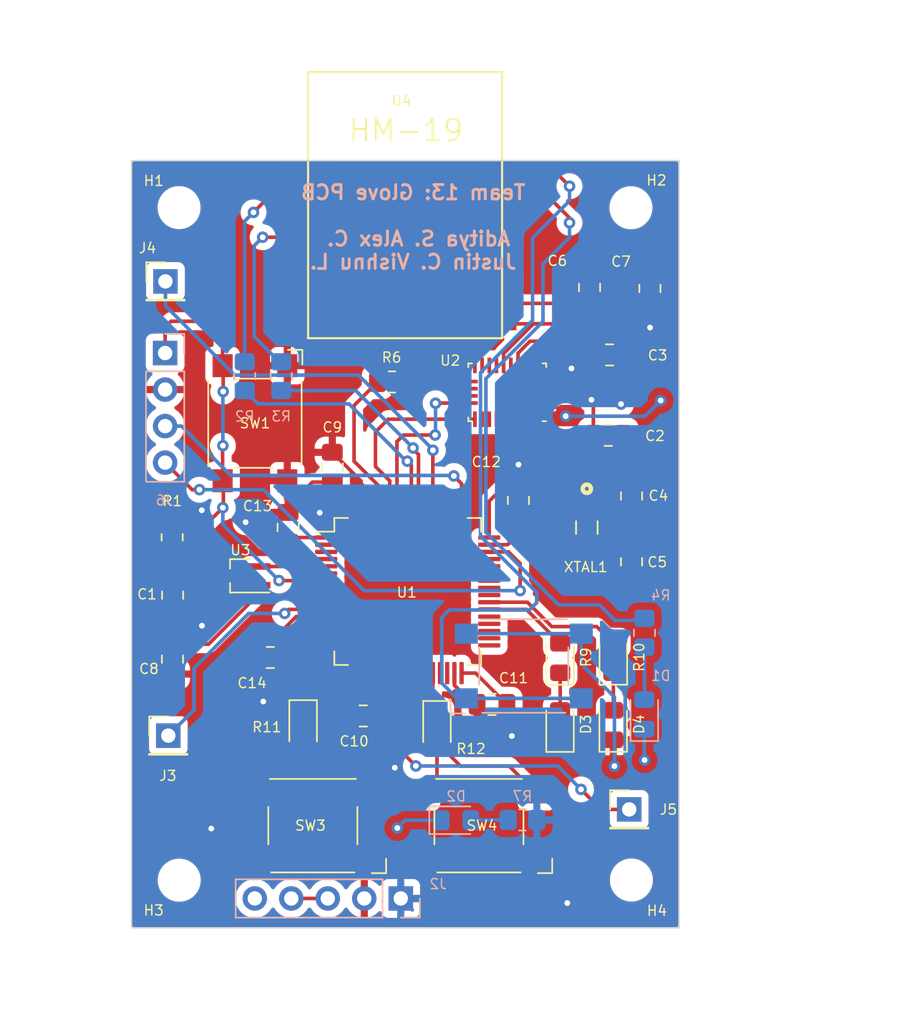
<source format=kicad_pcb>
(kicad_pcb (version 20221018) (generator pcbnew)
  (title_block (title "SWIPE-STACK-GLOVE") (date "2024-02-15") (rev "1"))
  (layers (0 "F.Cu" signal) (31 "B.Cu" signal) (34 "B.Paste" user) (35 "F.Paste" user) (36 "B.SilkS" user "B.Silkscreen") (37 "F.SilkS" user "F.Silkscreen") (38 "B.Mask" user) (39 "F.Mask" user) (44 "Edge.Cuts" user))
  (net 0 "")
  (net 1 "/NRST")
  (net 2 "GND")
  (net 3 "+3.3V")
  (net 4 "Net-(U2-CAP)")
  (net 5 "/XIN32")
  (net 6 "/XOUT32")
  (net 7 "Net-(D1-A)")
  (net 8 "Net-(D2-A)")
  (net 9 "Net-(D3-A)")
  (net 10 "Net-(D4-A)")
  (net 11 "/SWDIO_IN")
  (net 12 "/SWCLK_IN")
  (net 13 "VDC")
  (net 15 "/B_TX")
  (net 16 "Net-(U4-BX_TX)")
  (net 17 "/B_RX")
  (net 18 "Net-(U4-BX_RX)")
  (net 19 "Net-(U4-PIO1)")
  (net 20 "/BOOT0")
  (net 21 "/PC7")
  (net 22 "/PC8")
  (net 23 "/PA0")
  (net 24 "Net-(R11-Pad2)")
  (net 25 "/PB2")
  (net 26 "Net-(R12-Pad2)")
  (net 27 "Net-(U4-PIO0)")
  (net 29 "/EXTRA1")
  (net 31 "/X_CLK_8")
  (net 36 "/EXTRA2")
  (net 64 "/EXTRA3")
  (net 67 "/IMU_RX")
  (net 68 "/IMU_TX")
  (footprint "Capacitor_SMD:C_0805_2012Metric_Pad1.18x1.45mm_HandSolder" (layer "F.Cu") (at 167.89 100.5375 -90)
    (fp_text reference "C5")
    (fp_text value "22pF" hide)
  )
  (footprint "Button_Switch_SMD:SW_SPST_Omron_B3FS-100xP" (layer "F.Cu") (at 145.71 118.88 180)
    (fp_text reference "SW3")
    (fp_text value "SW_Push" hide)
  )
  (footprint "Resistor_SMD:R_0805_2012Metric_Pad1.20x1.40mm_HandSolder" (layer "F.Cu") (at 151.22 88.03 180)
    (fp_text reference "R6")
    (fp_text value "100k" hide)
  )
  (footprint "Capacitor_SMD:C_0805_2012Metric_Pad1.18x1.45mm_HandSolder" (layer "F.Cu") (at 164.97 81.46 90)
    (fp_text reference "C6")
    (fp_text value "0.1uF" hide)
  )
  (footprint "Connector_PinHeader_2.54mm:PinHeader_1x01_P2.54mm_Vertical" (layer "F.Cu") (at 135.65 112.62)
    (fp_text reference "J3")
    (fp_text value "Conn_01x01_Pin" hide)
  )
  (footprint "Capacitor_SMD:C_0805_2012Metric_Pad1.18x1.45mm_HandSolder" (layer "F.Cu") (at 158.18 110.45 180)
    (fp_text reference "C11")
    (fp_text value "0.1uF" hide)
  )
  (footprint "Package_TO_SOT_SMD:SOT-323_SC-70_Handsoldering" (layer "F.Cu") (at 140.682595 101.510859 180)
    (fp_text reference "U3")
    (fp_text value "MAX7375AXR805" hide)
  )
  (footprint "Connector_PinHeader_2.54mm:PinHeader_1x01_P2.54mm_Vertical" (layer "F.Cu") (at 167.73 117.75)
    (fp_text reference "J5")
    (fp_text value "Conn_01x01_Pin" hide)
  )
  (footprint "Button_Switch_SMD:SW_SPST_Omron_B3FS-100xP" (layer "F.Cu") (at 157.27 118.88 180)
    (fp_text reference "SW4")
    (fp_text value "SW_Push" hide)
  )
  (footprint "MountingHole:MountingHole_2.5mm" (layer "F.Cu") (at 136.4 75.91)
    (fp_text reference "H1")
    (fp_text value "B_TopLeft" hide)
  )
  (footprint "GlovePCB:XTAL_ECS-.327-12.5-34RR-TR" (layer "F.Cu") (at 164.78 98.1575 -90)
    (fp_text reference "XTAL1")
    (fp_text value "ECX-.327-CDX-1293" hide)
  )
  (footprint "Capacitor_SMD:C_0805_2012Metric_Pad1.18x1.45mm_HandSolder" (layer "F.Cu") (at 166.27 91.74 180)
    (fp_text reference "C2")
    (fp_text value "0.1uF" hide)
  )
  (footprint "LED_SMD:LED_0805_2012Metric_Pad1.15x1.40mm_HandSolder" (layer "F.Cu") (at 162.924 107.224922 90)
    (fp_text reference "R9")
    (fp_text value "1k" hide)
  )
  (footprint "Capacitor_SMD:C_0805_2012Metric_Pad1.18x1.45mm_HandSolder" (layer "F.Cu") (at 149.22 111.252 180)
    (fp_text reference "C10")
    (fp_text value "0.1uF" hide)
  )
  (footprint "Capacitor_SMD:C_0805_2012Metric_Pad1.18x1.45mm_HandSolder" (layer "F.Cu") (at 166.36 86.15)
    (fp_text reference "C3")
    (fp_text value "0.1uF" hide)
  )
  (footprint "MountingHole:MountingHole_2.5mm" (layer "F.Cu") (at 167.88 122.66)
    (fp_text reference "H4")
    (fp_text value "B_BottomRight" hide)
  )
  (footprint "LED_SMD:LED_0805_2012Metric_Pad1.15x1.40mm_HandSolder" (layer "F.Cu") (at 162.914 111.889922 90)
    (fp_text reference "D3")
    (fp_text value "red" hide)
  )
  (footprint "Capacitor_SMD:C_0805_2012Metric_Pad1.18x1.45mm_HandSolder" (layer "F.Cu") (at 135.94 107.3 -90)
    (fp_text reference "C8")
    (fp_text value "0.1uF" hide)
  )
  (footprint "Capacitor_SMD:C_0805_2012Metric_Pad1.18x1.45mm_HandSolder" (layer "F.Cu") (at 167.89 95.9575 90)
    (fp_text reference "C4")
    (fp_text value "22pF" hide)
  )
  (footprint "LED_SMD:LED_0805_2012Metric_Pad1.15x1.40mm_HandSolder" (layer "F.Cu") (at 154.35 112.07 -90)
    (fp_text reference "R12")
    (fp_text value "1k" hide)
  )
  (footprint "Capacitor_SMD:C_0805_2012Metric_Pad1.18x1.45mm_HandSolder" (layer "F.Cu") (at 160.02 96.266 -90)
    (fp_text reference "C12")
    (fp_text value "0.1uF" hide)
  )
  (footprint "Package_LGA:LGA-28_5.2x3.8mm_P0.5mm" (layer "F.Cu") (at 159.24 88.75 180)
    (fp_text reference "U2")
    (fp_text value "BNO085" hide)
  )
  (footprint "Button_Switch_SMD:SW_SPST_Omron_B3FS-100xP" (layer "F.Cu") (at 141.68 90.9 -90)
    (fp_text reference "SW1")
    (fp_text value "SW_Push" hide)
  )
  (footprint "MountingHole:MountingHole_2.5mm" (layer "F.Cu") (at 167.85 75.92)
    (fp_text reference "H2")
    (fp_text value "B_TopRight" hide)
  )
  (footprint "Capacitor_SMD:C_0805_2012Metric_Pad1.18x1.45mm_HandSolder" (layer "F.Cu") (at 143.99 98.14 90)
    (fp_text reference "C13")
    (fp_text value "0.1uF" hide)
  )
  (footprint "Package_QFP:LQFP-64_10x10mm_P0.5mm" (layer "F.Cu") (at 152.313 102.596)
    (fp_text reference "U1")
    (fp_text value "STM32F091RCTx" hide)
  )
  (footprint "GlovePCB:HM-11-MODULE" (layer "F.Cu") (at 152.13 76.24)
    (fp_text reference "U4")
    (fp_text value "HM-19")
  )
  (footprint "Capacitor_SMD:C_0805_2012Metric_Pad1.18x1.45mm_HandSolder" (layer "F.Cu") (at 147.066 93.9585 90)
    (fp_text reference "C9")
    (fp_text value "0.1uF" hide)
  )
  (footprint "LED_SMD:LED_0805_2012Metric_Pad1.15x1.40mm_HandSolder" (layer "F.Cu") (at 166.624 107.219922 90)
    (fp_text reference "R10")
    (fp_text value "510" hide)
  )
  (footprint "Capacitor_SMD:C_0805_2012Metric_Pad1.18x1.45mm_HandSolder" (layer "F.Cu") (at 169.17 81.53 90)
    (fp_text reference "C7")
    (fp_text value "10uF" hide)
  )
  (footprint "Capacitor_SMD:C_0805_2012Metric_Pad1.18x1.45mm_HandSolder" (layer "F.Cu") (at 142.748 107.188 180)
    (fp_text reference "C14")
    (fp_text value "0.1uF" hide)
  )
  (footprint "MountingHole:MountingHole_2.5mm" (layer "F.Cu") (at 136.41 122.67)
    (fp_text reference "H3")
    (fp_text value "B_BottomLeft" hide)
  )
  (footprint "LED_SMD:LED_0805_2012Metric_Pad1.15x1.40mm_HandSolder" (layer "F.Cu") (at 145.034 112.014 -90)
    (fp_text reference "R11")
    (fp_text value "1k" hide)
  )
  (footprint "Connector_PinHeader_2.54mm:PinHeader_1x01_P2.54mm_Vertical" (layer "F.Cu") (at 135.45 81.04)
    (fp_text reference "J4")
    (fp_text value "Conn_01x01_Pin" hide)
  )
  (footprint "Capacitor_SMD:C_0805_2012Metric_Pad1.18x1.45mm_HandSolder" (layer "F.Cu") (at 135.95 102.85 -90)
    (fp_text reference "C1")
    (fp_text value "0.1uF" hide)
  )
  (footprint "LED_SMD:LED_0805_2012Metric_Pad1.15x1.40mm_HandSolder" (layer "F.Cu") (at 166.614 111.884922 90)
    (fp_text reference "D4")
    (fp_text value "blue" hide)
  )
  (footprint "Resistor_SMD:R_0805_2012Metric_Pad1.20x1.40mm_HandSolder" (layer "F.Cu") (at 135.92 98.83 -90)
    (fp_text reference "R1")
    (fp_text value "100k" hide)
  )
  (footprint "Connector_PinHeader_2.54mm:PinHeader_1x05_P2.54mm_Vertical" (layer "B.Cu") (at 151.83 123.94 90)
    (fp_text reference "J2")
    (fp_text value "Conn_01x05_Socket" hide)
  )
  (footprint "LED_SMD:LED_0805_2012Metric_Pad1.15x1.40mm_HandSolder" (layer "B.Cu") (at 155.675 118.5)
    (fp_text reference "D2")
    (fp_text value "green" hide)
  )
  (footprint "Button_Switch_SMD:SW_SPST_Omron_B3FS-100xP" (layer "B.Cu") (at 160.3925 107.78)
    (fp_text reference "SW2" hide)
    (fp_text value "SW_Push" hide)
  )
  (footprint "Resistor_SMD:R_0805_2012Metric_Pad1.20x1.40mm_HandSolder" (layer "B.Cu") (at 140.97 87.63 90)
    (fp_text reference "R2")
    (fp_text value "1k" hide)
  )
  (footprint "Resistor_SMD:R_0805_2012Metric_Pad1.20x1.40mm_HandSolder" (layer "B.Cu") (at 168.79 105.47 -90)
    (fp_text reference "R4")
    (fp_text value "470" hide)
  )
  (footprint "Resistor_SMD:R_0805_2012Metric_Pad1.20x1.40mm_HandSolder" (layer "B.Cu") (at 143.51 87.63 90)
    (fp_text reference "R3")
    (fp_text value "1k" hide)
  )
  (footprint "LED_SMD:LED_0805_2012Metric_Pad1.15x1.40mm_HandSolder" (layer "B.Cu") (at 168.78 111.1375 90)
    (fp_text reference "D1")
    (fp_text value "green" hide)
  )
  (footprint "Connector_PinHeader_2.54mm:PinHeader_1x04_P2.54mm_Vertical" (layer "B.Cu") (at 135.43 86.02 180)
    (fp_text reference "J6")
    (fp_text value "Conn_01x04" hide)
  )
  (footprint "Resistor_SMD:R_0805_2012Metric_Pad1.20x1.40mm_HandSolder" (layer "B.Cu") (at 160.3 118.48 180)
    (fp_text reference "R7")
    (fp_text value "1k" hide)
  )
  (gr_rect (start 133.096 72.644) (end 171.196 125.984) (stroke (width 0.1)) (fill none) (layer "Edge.Cuts"))
  (gr_text "Team 13: Glove PCB\n\nAditya S. Alex C. \nJustin C. Vishnu L." (at 152.69 80.27) (layer "B.SilkS") (effects (font (size 1 1) (thickness 0.2) bold) (justify bottom mirror)))
  (segment (start 135.84 83.81) (end 138.92 83.81) (width 0.25) (layer "F.Cu") (net 1))
  (segment (start 139.432 96.76) (end 139.446 96.774) (width 0.25) (layer "F.Cu") (net 1))
  (segment (start 139.482 96.738) (end 139.446 96.774) (width 0.25) (layer "F.Cu") (net 1))
  (segment (start 136.39 99.83) (end 139.446 96.774) (width 0.25) (layer "F.Cu") (net 1))
  (segment (start 139.43 92.48) (end 139.45 92.46) (width 0.25) (layer "F.Cu") (net 1))
  (segment (start 135.43 84.22) (end 135.84 83.81) (width 0.25) (layer "F.Cu") (net 1))
  (segment (start 135.43 86.02) (end 135.43 84.22) (width 0.25) (layer "F.Cu") (net 1))
  (segment (start 138.92 83.81) (end 139.43 84.32) (width 0.25) (layer "F.Cu") (net 1))
  (segment (start 139.43 84.32) (end 139.43 86.9) (width 0.25) (layer "F.Cu") (net 1))
  (segment (start 139.43 94.9) (end 139.482 94.952) (width 0.25) (layer "F.Cu") (net 1))
  (segment (start 135.92 101.7825) (end 135.95 101.8125) (width 0.25) (layer "F.Cu") (net 1))
  (segment (start 135.92 99.83) (end 136.39 99.83) (width 0.25) (layer "F.Cu") (net 1))
  (segment (start 139.47 88.7) (end 139.47 86.94) (width 0.25) (layer "F.Cu") (net 1))
  (segment (start 143.362849 101.846) (end 146.638 101.846) (width 0.25) (layer "F.Cu") (net 1))
  (segment (start 139.482 94.952) (end 139.482 96.738) (width 0.25) (layer "F.Cu") (net 1))
  (segment (start 135.92 99.83) (end 135.92 101.7825) (width 0.25) (layer "F.Cu") (net 1))
  (segment (start 139.47 86.94) (end 139.43 86.9) (width 0.25) (layer "F.Cu") (net 1))
  (segment (start 143.354506 101.837657) (end 143.362849 101.846) (width 0.25) (layer "F.Cu") (net 1))
  (segment (start 139.43 94.9) (end 139.43 92.48) (width 0.25) (layer "F.Cu") (net 1))
  (via (at 143.354506 101.837657) (size 0.8) (drill 0.4) (layers "F.Cu" "B.Cu") (net 1))
  (via (at 139.47 88.7) (size 0.8) (drill 0.4) (layers "F.Cu" "B.Cu") (net 1))
  (via (at 139.446 96.774) (size 0.8) (drill 0.4) (layers "F.Cu" "B.Cu") (net 1))
  (via (at 139.45 92.46) (size 0.8) (drill 0.4) (layers "F.Cu" "B.Cu") (net 1))
  (segment (start 139.45 88.72) (end 139.47 88.7) (width 0.25) (layer "B.Cu") (net 1))
  (segment (start 139.446 97.929151) (end 143.354506 101.837657) (width 0.25) (layer "B.Cu") (net 1))
  (segment (start 139.45 92.46) (end 139.45 88.72) (width 0.25) (layer "B.Cu") (net 1))
  (segment (start 139.446 96.774) (end 139.446 97.929151) (width 0.25) (layer "B.Cu") (net 1))
  (segment (start 163.29 90.41) (end 163.31 90.41) (width 0.25) (layer "F.Cu") (net 2))
  (segment (start 143.98 94.85) (end 143.93 94.9) (width 0.25) (layer "F.Cu") (net 2))
  (segment (start 159.49 91.441) (end 158.661 92.27) (width 0.25) (layer "F.Cu") (net 2))
  (segment (start 149.063 110.3715) (end 148.1825 111.252) (width 0.25) (layer "F.Cu") (net 2))
  (segment (start 149.063 108.271) (end 149.063 110.3715) (width 0.25) (layer "F.Cu") (net 2))
  (segment (start 144.5525 104.346) (end 141.7105 107.188) (width 0.25) (layer "F.Cu") (net 2))
  (segment (start 156.99 86.88) (end 155.41 86.88) (width 0.25) (layer "F.Cu") (net 2))
  (segment (start 160.02 97.3035) (end 160.59 97.8735) (width 0.25) (layer "F.Cu") (net 2))
  (segment (start 160.02 97.3035) (end 160.02 98.59) (width 0.25) (layer "F.Cu") (net 2))
  (segment (start 149.063 94.918) (end 147.066 92.921) (width 0.25) (layer "F.Cu") (net 2))
  (segment (start 160.59 97.8735) (end 160.59 99.33) (width 0.25) (layer "F.Cu") (net 2))
  (segment (start 156.67 88) (end 155.36 88) (width 0.25) (layer "F.Cu") (net 2))
  (segment (start 160.02 98.59) (end 159.264 99.346) (width 0.25) (layer "F.Cu") (net 2))
  (segment (start 155.563 109.113764) (end 156.899236 110.45) (width 0.25) (layer "F.Cu") (net 2))
  (segment (start 155.563 108.271) (end 155.563 109.113764) (width 0.25) (layer "F.Cu") (net 2))
  (segment (start 159.49 90.62) (end 159.49 91.441) (width 0.25) (layer "F.Cu") (net 2))
  (segment (start 149.063 96.921) (end 149.063 94.918) (width 0.25) (layer "F.Cu") (net 2))
  (segment (start 161.8 89.5) (end 162.38 89.5) (width 0.25) (layer "F.Cu") (net 2))
  (segment (start 161.8 88) (end 168.54 88) (width 0.25) (layer "F.Cu") (net 2))
  (segment (start 139.263454 101.6) (end 139.352595 101.510859) (width 0.25) (layer "F.Cu") (net 2))
  (segment (start 162.38 89.5) (end 163.29 90.41) (width 0.25) (layer "F.Cu") (net 2))
  (segment (start 148.1825 110.6775) (end 148.1825 111.252) (width 0.25) (layer "F.Cu") (net 2))
  (segment (start 159.264 99.346) (end 157.988 99.346) (width 0.25) (layer "F.Cu") (net 2))
  (segment (start 146.638 104.346) (end 144.5525 104.346) (width 0.25) (layer "F.Cu") (net 2))
  (segment (start 156.899236 110.45) (end 157.1425 110.45) (width 0.25) (layer "F.Cu") (net 2))
  (via (at 163.31 90.41) (size 0.8) (drill 0.4) (layers "F.Cu" "B.Cu") (net 2))
  (via (at 169.92 89.32) (size 0.8) (drill 0.4) (layers "F.Cu" "B.Cu") (net 2))
  (via (at 151.59 119.04) (size 0.8) (drill 0.4) (layers "F.Cu" "B.Cu") (net 2))
  (via (at 168.8 114.32) (size 0.8) (drill 0.4) (layers "F.Cu" "B.Cu") (net 2))
  (via (at 166.7 114.74) (size 0.8) (drill 0.4) (layers "F.Cu" "B.Cu") (net 2))
  (segment (start 163.31 90.41) (end 168.83 90.41) (width 0.25) (layer "B.Cu") (net 2))
  (segment (start 152.13 118.5) (end 151.59 119.04) (width 0.25) (layer "B.Cu") (net 2))
  (segment (start 156.3925 105.53) (end 164.3925 105.53) (width 0.25) (layer "B.Cu") (net 2))
  (segment (start 168.83 90.41) (end 169.92 89.32) (width 0.25) (layer "B.Cu") (net 2))
  (segment (start 168.78 112.1625) (end 168.78 114.3) (width 0.25) (layer "B.Cu") (net 2))
  (segment (start 154.65 118.5) (end 152.13 118.5) (width 0.25) (layer "B.Cu") (net 2))
  (segment (start 168.78 114.3) (end 168.8 114.32) (width 0.25) (layer "B.Cu") (net 2))
  (segment (start 164.3925 105.53) (end 164.3925 107.6325) (width 0.25) (layer "B.Cu") (net 2))
  (segment (start 164.3925 107.6325) (end 166.7 109.94) (width 0.25) (layer "B.Cu") (net 2))
  (segment (start 166.7 109.94) (end 166.7 114.74) (width 0.25) (layer "B.Cu") (net 2))
  (segment (start 161.81 83.99) (end 163.4775 83.99) (width 0.25) (layer "F.Cu") (net 3))
  (segment (start 143.9875 99.18) (end 143.99 99.1775) (width 0.25) (layer "F.Cu") (net 3))
  (segment (start 159.56 110.7925) (end 159.2175 110.45) (width 0.25) (layer "F.Cu") (net 3))
  (segment (start 165.2325 91.74) (end 161.29 91.74) (width 0.25) (layer "F.Cu") (net 3))
  (segment (start 157.988 98.846) (end 157.988 96.312) (width 0.25) (layer "F.Cu") (net 3))
  (segment (start 149.563 108.271) (end 149.563 110.5575) (width 0.25) (layer "F.Cu") (net 3))
  (segment (start 147.066 94.996) (end 145.674 94.996) (width 0.25) (layer "F.Cu") (net 3))
  (segment (start 137.2225 104.98) (end 135.94 106.2625) (width 0.25) (layer "F.Cu") (net 3))
  (segment (start 163.03 85.87) (end 163.71 86.55) (width 0.25) (layer "F.Cu") (net 3))
  (segment (start 149.563 110.5575) (end 150.2575 111.252) (width 0.25) (layer "F.Cu") (net 3))
  (segment (start 161.49 86.88) (end 161.49 86.2) (width 0.25) (layer "F.Cu") (net 3))
  (segment (start 151.83 123.94) (end 151.83 122.57) (width 0.25) (layer "F.Cu") (net 3))
  (segment (start 135.94 106.2625) (end 138.455 106.2625) (width 0.25) (layer "F.Cu") (net 3))
  (segment (start 161.88 85.81) (end 162.97 85.81) (width 0.25) (layer "F.Cu") (net 3))
  (segment (start 145.45 96.38) (end 146.19 97.12) (width 0.25) (layer "F.Cu") (net 3))
  (segment (start 159.0715 95.2285) (end 160.02 95.2285) (width 0.25) (layer "F.Cu") (net 3))
  (segment (start 160.022347 94.377653) (end 160.02 94.38) (width 0.25) (layer "F.Cu") (net 3))
  (segment (start 163.71 86.55) (end 163.71 87.09) (width 0.25) (layer "F.Cu") (net 3))
  (segment (start 166.09 88.5) (end 161.8 88.5) (width 0.25) (layer "F.Cu") (net 3))
  (segment (start 159.56 112.65) (end 159.56 110.7925) (width 0.25) (layer "F.Cu") (net 3))
  (segment (start 169.18 84.25) (end 169.17 84.24) (width 0.25) (layer "F.Cu") (net 3))
  (segment (start 165.2325 91.74) (end 165.2325 89.4025) (width 0.25) (layer "F.Cu") (net 3))
  (segment (start 161.49 86.2) (end 161.88 85.81) (width 0.25) (layer "F.Cu") (net 3))
  (segment (start 146.638 104.846) (end 145.4025 104.846) (width 0.25) (layer "F.Cu") (net 3))
  (segment (start 138.455 106.2625) (end 142.012595 102.704905) (width 0.25) (layer "F.Cu") (net 3))
  (segment (start 158.99 86.059) (end 161.059 83.99) (width 0.25) (layer "F.Cu") (net 3))
  (segment (start 163.4775 83.99) (end 164.97 82.4975) (width 0.25) (layer "F.Cu") (net 3))
  (segment (start 141.03 97.78) (end 142.43 99.18) (width 0.25) (layer "F.Cu") (net 3))
  (segment (start 137.99 104.98) (end 137.2225 104.98) (width 0.25) (layer "F.Cu") (net 3))
  (segment (start 164.9 82.5675) (end 158.9575 82.5675) (width 0.25) (layer "F.Cu") (net 3))
  (segment (start 165.2325 89.4025) (end 165.1 89.27) (width 0.25) (layer "F.Cu") (net 3))
  (segment (start 169.17 84.24) (end 169.17 82.5675) (width 0.25) (layer "F.Cu") (net 3))
  (segment (start 143.7855 107.188) (end 143.7855 108.7245) (width 0.25) (layer "F.Cu") (net 3))
  (segment (start 164.97 82.4975) (end 164.9 82.5675) (width 0.25) (layer "F.Cu") (net 3))
  (segment (start 150.2575 113.6975) (end 151.41 114.85) (width 0.25) (layer "F.Cu") (net 3))
  (segment (start 142.43 99.18) (end 143.9875 99.18) (width 0.25) (layer "F.Cu") (net 3))
  (segment (start 156.063 108.271) (end 157.0385 108.271) (width 0.25) (layer "F.Cu") (net 3))
  (segment (start 157.988 96.312) (end 159.0715 95.2285) (width 0.25) (layer "F.Cu") (net 3))
  (segment (start 151.83 122.57) (end 153.27 121.13) (width 0.25) (layer "F.Cu") (net 3))
  (segment (start 139.66 119.08) (end 138.64 119.08) (width 0.25) (layer "F.Cu") (net 3))
  (segment (start 144.3215 98.846) (end 143.99 99.1775) (width 0.25) (layer "F.Cu") (net 3))
  (segment (start 147.851 96.921) (end 147.066 96.136) (width 0.25) (layer "F.Cu") (net 3))
  (segment (start 160.022347 93.777653) (end 160.022347 94.377653) (width 0.25) (layer "F.Cu") (net 3))
  (segment (start 150.2575 111.252) (end 150.2575 113.6975) (width 0.25) (layer "F.Cu") (net 3))
  (segment (start 164.83 89) (end 165.1 89.27) (width 0.25) (layer "F.Cu") (net 3))
  (segment (start 148.563 96.921) (end 147.851 96.921) (width 0.25) (layer "F.Cu") (net 3))
  (segment (start 160.02 94.38) (end 160.02 95.2285) (width 0.25) (layer "F.Cu") (net 3))
  (segment (start 147.066 94.996) (end 146.646 94.996) (width 0.25) (layer "F.Cu") (net 3))
  (segment (start 137.98 96.95) (end 137.1 97.83) (width 0.25) (layer "F.Cu") (net 3))
  (segment (start 149.71 121.13) (end 141.71 121.13) (width 0.25) (layer "F.Cu") (net 3))
  (segment (start 167.16 89.57) (end 166.09 88.5) (width 0.25) (layer "F.Cu") (net 3))
  (segment (start 162.97 85.81) (end 163.03 85.87) (width 0.25) (layer "F.Cu") (net 3))
  (segment (start 145.4025 104.846) (end 143.7855 106.463) (width 0.25) (layer "F.Cu") (net 3))
  (segment (start 158.99 86.88) (end 158.99 86.059) (width 0.25) (layer "F.Cu") (net 3))
  (segment (start 161.29 91.74) (end 160.99 91.44) (width 0.25) (layer "F.Cu") (net 3))
  (segment (start 158.9575 82.5675) (end 158.88 82.49) (width 0.25) (layer "F.Cu") (net 3))
  (segment (start 160.99 91.44) (end 160.99 90.62) (width 0.25) (layer "F.Cu") (net 3))
  (segment (start 141.71 121.13) (end 139.66 119.08) (width 0.25) (layer "F.Cu") (net 3))
  (segment (start 153.27 121.13) (end 161.27 121.13) (width 0.25) (layer "F.Cu") (net 3))
  (segment (start 143.7855 106.463) (end 143.7855 107.188) (width 0.25) (layer "F.Cu") (net 3))
  (segment (start 164.97 82.4975) (end 165.04 82.5675) (width 0.25) (layer "F.Cu") (net 3))
  (segment (start 137.1 97.83) (end 135.92 97.83) (width 0.25) (layer "F.Cu") (net 3))
  (segment (start 142.012595 102.704905) (end 142.012595 102.160859) (width 0.25) (layer "F.Cu") (net 3))
  (segment (start 161.059 83.99) (end 161.81 83.99) (width 0.25) (layer "F.Cu") (net 3))
  (segment (start 169.1 82.4975) (end 169.17 82.5675) (width 0.25) (layer "F.Cu") (net 3))
  (segment (start 145.674 94.996) (end 145.45 95.22) (width 0.25) (layer "F.Cu") (net 3))
  (segment (start 147.066 96.136) (end 147.066 94.996) (width 0.25) (layer "F.Cu") (net 3))
  (segment (start 161.27 122.11) (end 161.27 121.13) (width 0.25) (layer "F.Cu") (net 3))
  (segment (start 145.45 95.22) (end 145.45 96.38) (width 0.25) (layer "F.Cu") (net 3))
  (segment (start 164.97 82.4975) (end 169.1 82.4975) (width 0.25) (layer "F.Cu") (net 3))
  (segment (start 161.8 89) (end 164.83 89) (width 0.25) (layer "F.Cu") (net 3))
  (segment (start 143.7855 108.7245) (end 142.26 110.25) (width 0.25) (layer "F.Cu") (net 3))
  (segment (start 157.0385 108.271) (end 159.2175 110.45) (width 0.25) (layer "F.Cu") (net 3))
  (segment (start 158.88 83.99) (end 161.81 83.99) (width 0.25) (layer "F.Cu") (net 3))
  (segment (start 146.638 98.846) (end 144.3215 98.846) (width 0.25) (layer "F.Cu") (net 3))
  (segment (start 163.42 124.26) (end 161.27 122.11) (width 0.25) (layer "F.Cu") (net 3))
  (via (at 137.98 96.95) (size 0.8) (drill 0.4) (layers "F.Cu" "B.Cu") (net 3))
  (via (at 160.022347 93.777653) (size 0.8) (drill 0.4) (layers "F.Cu" "B.Cu") (net 3))
  (via (at 138.64 119.08) (size 0.8) (drill 0.4) (layers "F.Cu" "B.Cu") (net 3))
  (via (at 151.41 114.85) (size 0.8) (drill 0.4) (layers "F.Cu" "B.Cu") (net 3))
  (via (at 163.42 124.26) (size 0.8) (drill 0.4) (layers "F.Cu" "B.Cu") (net 3))
  (via (at 163.71 87.09) (size 0.8) (drill 0.4) (layers "F.Cu" "B.Cu") (net 3))
  (via (at 137.99 104.98) (size 0.8) (drill 0.4) (layers "F.Cu" "B.Cu") (net 3))
  (via (at 159.56 112.65) (size 0.8) (drill 0.4) (layers "F.Cu" "B.Cu") (net 3))
  (via (at 146.19 97.12) (size 0.8) (drill 0.4) (layers "F.Cu" "B.Cu") (net 3))
  (via (at 141.03 97.78) (size 0.8) (drill 0.4) (layers "F.Cu" "B.Cu") (net 3))
  (via (at 169.18 84.25) (size 0.8) (drill 0.4) (layers "F.Cu" "B.Cu") (net 3))
  (via (at 142.26 110.25) (size 0.8) (drill 0.4) (layers "F.Cu" "B.Cu") (net 3))
  (via (at 165.1 89.27) (size 0.8) (drill 0.4) (layers "F.Cu" "B.Cu") (net 3))
  (via (at 167.16 89.57) (size 0.8) (drill 0.4) (layers "F.Cu" "B.Cu") (net 3))
  (segment (start 152.6275 124.7375) (end 151.83 123.94) (width 0.25) (layer "B.Cu") (net 3))
  (segment (start 151.83 123.94) (end 157.97 123.94) (width 0.5) (layer "B.Cu") (net 3))
  (segment (start 151.83 123.72) (end 151.88 123.67) (width 0.25) (layer "B.Cu") (net 3))
  (segment (start 152.1725 123.94) (end 151.83 123.94) (width 0.25) (layer "B.Cu") (net 3))
  (segment (start 151.83 123.94) (end 151.83 123.72) (width 0.25) (layer "B.Cu") (net 3))
  (segment (start 165.23 89.4) (end 165.1 89.27) (width 0.25) (layer "B.Cu") (net 3))
  (segment (start 164.3725 85.2) (end 160.82 85.2) (width 0.25) (layer "F.Cu") (net 4))
  (segment (start 159.99 86.03) (end 159.99 86.88) (width 0.25) (layer "F.Cu") (net 4))
  (segment (start 160.82 85.2) (end 159.99 86.03) (width 0.25) (layer "F.Cu") (net 4))
  (segment (start 165.3225 86.15) (end 164.3725 85.2) (width 0.25) (layer "F.Cu") (net 4))
  (segment (start 167.8025 96.9075) (end 167.89 96.995) (width 0.25) (layer "F.Cu") (net 5))
  (segment (start 160.49 92.096842) (end 162.057 93.663842) (width 0.25) (layer "F.Cu") (net 5))
  (segment (start 164.78 96.9075) (end 167.8025 96.9075) (width 0.25) (layer "F.Cu") (net 5))
  (segment (start 160.49 90.62) (end 160.49 92.096842) (width 0.25) (layer "F.Cu") (net 5))
  (segment (start 162.057 95.583842) (end 163.380658 96.9075) (width 0.25) (layer "F.Cu") (net 5))
  (segment (start 163.380658 96.9075) (end 164.78 96.9075) (width 0.25) (layer "F.Cu") (net 5))
  (segment (start 162.057 93.663842) (end 162.057 95.583842) (width 0.25) (layer "F.Cu") (net 5))
  (segment (start 167.7125 99.4075) (end 167.92 99.2) (width 0.25) (layer "F.Cu") (net 6))
  (segment (start 159.99 92.13) (end 161.68 93.82) (width 0.25) (layer "F.Cu") (net 6))
  (segment (start 164.78 99.4075) (end 167.7125 99.4075) (width 0.25) (layer "F.Cu") (net 6))
  (segment (start 159.99 90.62) (end 159.99 92.13) (width 0.25) (layer "F.Cu") (net 6))
  (segment (start 163.28 99.4075) (end 164.78 99.4075) (width 0.25) (layer "F.Cu") (net 6))
  (segment (start 161.68 93.82) (end 161.68 97.8075) (width 0.25) (layer "F.Cu") (net 6))
  (segment (start 161.68 97.8075) (end 163.28 99.4075) (width 0.25) (layer "F.Cu") (net 6))
  (segment (start 168.79 106.47) (end 168.79 110.1025) (width 0.25) (layer "B.Cu") (net 7))
  (segment (start 168.79 110.1025) (end 168.78 110.1125) (width 0.25) (layer "B.Cu") (net 7))
  (segment (start 156.72 118.48) (end 156.7 118.5) (width 0.25) (layer "B.Cu") (net 8))
  (segment (start 159.3 118.48) (end 156.72 118.48) (width 0.25) (layer "B.Cu") (net 8))
  (segment (start 162.924 110.854922) (end 162.914 110.864922) (width 0.25) (layer "F.Cu") (net 9))
  (segment (start 162.924 108.249922) (end 162.924 110.854922) (width 0.25) (layer "F.Cu") (net 9))
  (segment (start 166.624 110.849922) (end 166.614 110.859922) (width 0.25) (layer "F.Cu") (net 10))
  (segment (start 166.624 108.244922) (end 166.624 110.849922) (width 0.25) (layer "F.Cu") (net 10))
  (segment (start 160.138202 100.650202) (end 159.334 99.846) (width 0.25) (layer "F.Cu") (net 11))
  (segment (start 135.43 93.64) (end 135.28 93.64) (width 0.25) (layer "F.Cu") (net 11))
  (segment (start 137.82 95.52) (end 137.31 95.52) (width 0.25) (layer "F.Cu") (net 11))
  (segment (start 160.138202 102.54) (end 160.138202 100.650202) (width 0.25) (layer "F.Cu") (net 11))
  (segment (start 137.31 95.52) (end 135.43 93.64) (width 0.25) (layer "F.Cu") (net 11))
  (segment (start 159.334 99.846) (end 157.988 99.846) (width 0.25) (layer "F.Cu") (net 11))
  (via (at 160.138202 102.54) (size 0.8) (drill 0.4) (layers "F.Cu" "B.Cu") (net 11))
  (via (at 137.82 95.52) (size 0.8) (drill 0.4) (layers "F.Cu" "B.Cu") (net 11))
  (segment (start 149.28 102.54) (end 142.26 95.52) (width 0.25) (layer "B.Cu") (net 11))
  (segment (start 160.138202 102.54) (end 149.28 102.54) (width 0.25) (layer "B.Cu") (net 11))
  (segment (start 142.26 95.52) (end 137.82 95.52) (width 0.25) (layer "B.Cu") (net 11))
  (segment (start 156.063 95.103) (end 156.063 96.921) (width 0.25) (layer "F.Cu") (net 12))
  (segment (start 155.525 94.565) (end 156.063 95.103) (width 0.25) (layer "F.Cu") (net 12))
  (via (at 155.525 94.565) (size 0.8) (drill 0.4) (layers "F.Cu" "B.Cu") (net 12))
  (segment (start 136.566 91.1) (end 135.43 91.1) (width 0.25) (layer "B.Cu") (net 12))
  (segment (start 139.996 94.53) (end 136.566 91.1) (width 0.25) (layer "B.Cu") (net 12))
  (segment (start 155.49 94.53) (end 139.996 94.53) (width 0.25) (layer "B.Cu") (net 12))
  (segment (start 155.525 94.565) (end 155.49 94.53) (width 0.25) (layer "B.Cu") (net 12))
  (segment (start 146.75 123.94) (end 144.21 123.94) (width 0.25) (layer "F.Cu") (net 13))
  (segment (start 152.563 93.814624) (end 152.563 96.921) (width 0.25) (layer "F.Cu") (net 15))
  (segment (start 152.288 93.539624) (end 152.563 93.814624) (width 0.25) (layer "F.Cu") (net 15))
  (via (at 152.288 93.539624) (size 0.8) (drill 0.4) (layers "F.Cu" "B.Cu") (net 15))
  (segment (start 148.225 89.555) (end 141.895 89.555) (width 0.25) (layer "B.Cu") (net 15))
  (segment (start 152.288 93.539624) (end 152.209624 93.539624) (width 0.25) (layer "B.Cu") (net 15))
  (segment (start 152.209624 93.539624) (end 148.225 89.555) (width 0.25) (layer "B.Cu") (net 15))
  (segment (start 141.895 89.555) (end 140.97 88.63) (width 0.25) (layer "B.Cu") (net 15))
  (segment (start 141.58 76.24) (end 142.83 74.99) (width 0.25) (layer "F.Cu") (net 16))
  (segment (start 142.83 74.99) (end 145.38 74.99) (width 0.25) (layer "F.Cu") (net 16))
  (via (at 141.58 76.24) (size 0.8) (drill 0.4) (layers "F.Cu" "B.Cu") (net 16))
  (segment (start 141.58 76.24) (end 140.97 76.85) (width 0.25) (layer "B.Cu") (net 16))
  (segment (start 140.97 76.85) (end 140.97 86.63) (width 0.25) (layer "B.Cu") (net 16))
  (segment (start 152.686724 92.623276) (end 152.686724 92.696724) (width 0.25) (layer "F.Cu") (net 17))
  (segment (start 152.686724 92.696724) (end 153.063 93.073) (width 0.25) (layer "F.Cu") (net 17))
  (segment (start 153.063 93.073) (end 153.063 96.921) (width 0.25) (layer "F.Cu") (net 17))
  (via (at 152.686724 92.623276) (size 0.8) (drill 0.4) (layers "F.Cu" "B.Cu") (net 17))
  (segment (start 148.693448 88.63) (end 143.51 88.63) (width 0.25) (layer "B.Cu") (net 17))
  (segment (start 152.686724 92.623276) (end 148.693448 88.63) (width 0.25) (layer "B.Cu") (net 17))
  (segment (start 144.83 77.99) (end 145.38 77.99) (width 0.25) (layer "F.Cu") (net 18))
  (segment (start 142.22 77.97) (end 144.81 77.97) (width 0.25) (layer "F.Cu") (net 18))
  (segment (start 144.81 77.97) (end 144.83 77.99) (width 0.25) (layer "F.Cu") (net 18))
  (via (at 142.22 77.97) (size 0.8) (drill 0.4) (layers "F.Cu" "B.Cu") (net 18))
  (segment (start 141.63 84.88) (end 143.38 86.63) (width 0.25) (layer "B.Cu") (net 18))
  (segment (start 141.63 78.56) (end 141.63 84.88) (width 0.25) (layer "B.Cu") (net 18))
  (segment (start 142.22 77.97) (end 141.63 78.56) (width 0.25) (layer "B.Cu") (net 18))
  (segment (start 143.38 86.63) (end 143.51 86.63) (width 0.25) (layer "B.Cu") (net 18))
  (segment (start 161.944695 74.99) (end 158.88 74.99) (width 0.25) (layer "F.Cu") (net 19))
  (segment (start 163.576 76.621305) (end 161.944695 74.99) (width 0.25) (layer "F.Cu") (net 19))
  (segment (start 163.576 76.962) (end 163.576 76.621305) (width 0.25) (layer "F.Cu") (net 19))
  (via (at 163.576 76.962) (size 0.8) (drill 0.4) (layers "F.Cu" "B.Cu") (net 19))
  (segment (start 162.81 103.53) (end 165.67 103.53) (width 0.25) (layer "B.Cu") (net 19))
  (segment (start 161.73 83.83) (end 157.757 87.803) (width 0.25) (layer "B.Cu") (net 19))
  (segment (start 166.75 104.61) (end 168.65 104.61) (width 0.25) (layer "B.Cu") (net 19))
  (segment (start 165.67 103.53) (end 166.75 104.61) (width 0.25) (layer "B.Cu") (net 19))
  (segment (start 163.576 76.962) (end 163.576 77.978) (width 0.25) (layer "B.Cu") (net 19))
  (segment (start 163.576 77.978) (end 161.73 79.824) (width 0.25) (layer "B.Cu") (net 19))
  (segment (start 168.65 104.61) (end 168.79 104.47) (width 0.25) (layer "B.Cu") (net 19))
  (segment (start 157.757 98.477) (end 162.81 103.53) (width 0.25) (layer "B.Cu") (net 19))
  (segment (start 157.757 87.803) (end 157.757 98.477) (width 0.25) (layer "B.Cu") (net 19))
  (segment (start 161.73 79.824) (end 161.73 83.83) (width 0.25) (layer "B.Cu") (net 19))
  (segment (start 150.563 96.921) (end 150.563 95.523) (width 0.25) (layer "F.Cu") (net 20))
  (segment (start 150.563 95.523) (end 148.58 93.54) (width 0.25) (layer "F.Cu") (net 20))
  (segment (start 148.58 89.67) (end 150.22 88.03) (width 0.25) (layer "F.Cu") (net 20))
  (segment (start 148.58 93.54) (end 148.58 89.67) (width 0.25) (layer "F.Cu") (net 20))
  (segment (start 160.570078 103.846) (end 157.988 103.846) (width 0.25) (layer "F.Cu") (net 21))
  (segment (start 162.924 106.199922) (end 160.570078 103.846) (width 0.25) (layer "F.Cu") (net 21))
  (segment (start 165.469078 105.04) (end 166.624 106.194922) (width 0.25) (layer "F.Cu") (net 22))
  (segment (start 160.646 103.346) (end 162.34 105.04) (width 0.25) (layer "F.Cu") (net 22))
  (segment (start 166.624 106.172) (end 166.624 106.194922) (width 0.25) (layer "F.Cu") (net 22))
  (segment (start 162.34 105.04) (end 165.469078 105.04) (width 0.25) (layer "F.Cu") (net 22))
  (segment (start 157.988 103.346) (end 160.646 103.346) (width 0.25) (layer "F.Cu") (net 22))
  (segment (start 146.638 105.346) (end 145.795236 105.346) (width 0.25) (layer "F.Cu") (net 23))
  (segment (start 145.034 106.107236) (end 145.034 110.989) (width 0.25) (layer "F.Cu") (net 23))
  (segment (start 145.795236 105.346) (end 145.034 106.107236) (width 0.25) (layer "F.Cu") (net 23))
  (segment (start 141.71 116.63) (end 149.71 116.63) (width 0.25) (layer "F.Cu") (net 24))
  (segment (start 146.119 113.039) (end 149.71 116.63) (width 0.25) (layer "F.Cu") (net 24))
  (segment (start 144.491 113.039) (end 141.71 115.82) (width 0.25) (layer "F.Cu") (net 24))
  (segment (start 141.71 115.82) (end 141.71 116.63) (width 0.25) (layer "F.Cu") (net 24))
  (segment (start 145.034 113.039) (end 146.119 113.039) (width 0.25) (layer "F.Cu") (net 24))
  (segment (start 145.034 113.039) (end 144.491 113.039) (width 0.25) (layer "F.Cu") (net 24))
  (segment (start 154.063 110.758) (end 154.063 108.271) (width 0.25) (layer "F.Cu") (net 25))
  (segment (start 154.35 111.045) (end 154.063 110.758) (width 0.25) (layer "F.Cu") (net 25))
  (segment (start 154.35 115.55) (end 153.27 116.63) (width 0.25) (layer "F.Cu") (net 26))
  (segment (start 155.995 114.74) (end 159.38 114.74) (width 0.25) (layer "F.Cu") (net 26))
  (segment (start 159.38 114.74) (end 161.27 116.63) (width 0.25) (layer "F.Cu") (net 26))
  (segment (start 154.35 113.095) (end 155.995 114.74) (width 0.25) (layer "F.Cu") (net 26))
  (segment (start 154.35 113.095) (end 154.35 115.55) (width 0.25) (layer "F.Cu") (net 26))
  (segment (start 153.27 116.63) (end 161.27 116.63) (width 0.25) (layer "F.Cu") (net 26))
  (segment (start 163.576 74.422) (end 162.644 73.49) (width 0.25) (layer "F.Cu") (net 27))
  (segment (start 162.644 73.49) (end 158.88 73.49) (width 0.25) (layer "F.Cu") (net 27))
  (via (at 163.576 74.422) (size 0.8) (drill 0.4) (layers "F.Cu" "B.Cu") (net 27))
  (segment (start 154.686 108.966) (end 155.75 110.03) (width 0.25) (layer "B.Cu") (net 27))
  (segment (start 155.194 103.886) (end 154.686 104.394) (width 0.25) (layer "B.Cu") (net 27))
  (segment (start 155.75 110.03) (end 156.3925 110.03) (width 0.25) (layer "B.Cu") (net 27))
  (segment (start 161.005 83.755) (end 157.38 87.38) (width 0.25) (layer "B.Cu") (net 27))
  (segment (start 161.29 103.378) (end 160.782 103.886) (width 0.25) (layer "B.Cu") (net 27))
  (segment (start 157.38 87.38) (end 157.38 98.756493) (width 0.25) (layer "B.Cu") (net 27))
  (segment (start 163.576 74.422) (end 163.576 75.438) (width 0.25) (layer "B.Cu") (net 27))
  (segment (start 154.686 104.394) (end 154.686 108.966) (width 0.25) (layer "B.Cu") (net 27))
  (segment (start 163.576 75.438) (end 161.005 78.009) (width 0.25) (layer "B.Cu") (net 27))
  (segment (start 161.29 102.666493) (end 161.29 103.378) (width 0.25) (layer "B.Cu") (net 27))
  (segment (start 161.005 78.009) (end 161.005 83.755) (width 0.25) (layer "B.Cu") (net 27))
  (segment (start 164.3925 110.03) (end 156.3925 110.03) (width 0.25) (layer "B.Cu") (net 27))
  (segment (start 160.782 103.886) (end 155.194 103.886) (width 0.25) (layer "B.Cu") (net 27))
  (segment (start 157.38 98.756493) (end 161.29 102.666493) (width 0.25) (layer "B.Cu") (net 27))
  (segment (start 146.638 103.846) (end 144.027194 103.846) (width 0.25) (layer "F.Cu") (net 29))
  (segment (start 144.027194 103.846) (end 143.748597 104.124597) (width 0.25) (layer "F.Cu") (net 29))
  (via (at 143.748597 104.124597) (size 0.8) (drill 0.4) (layers "F.Cu" "B.Cu") (net 29))
  (segment (start 141.245403 104.124597) (end 137.44 107.93) (width 0.25) (layer "B.Cu") (net 29))
  (segment (start 143.748597 104.124597) (end 141.245403 104.124597) (width 0.25) (layer "B.Cu") (net 29))
  (segment (start 137.44 107.93) (end 137.44 110.83) (width 0.25) (layer "B.Cu") (net 29))
  (segment (start 137.44 110.83) (end 135.65 112.62) (width 0.25) (layer "B.Cu") (net 29))
  (segment (start 142.012595 100.860859) (end 146.623141 100.860859) (width 0.25) (layer "F.Cu") (net 31))
  (segment (start 146.628138 100.836138) (end 146.638 100.846) (width 0.25) (layer "F.Cu") (net 31))
  (segment (start 146.623141 100.860859) (end 146.638 100.846) (width 0.25) (layer "F.Cu") (net 31))
  (segment (start 154.063 92.787404) (end 154.063 96.921) (width 0.25) (layer "F.Cu") (net 36))
  (segment (start 154.069009 92.781395) (end 154.063 92.787404) (width 0.25) (layer "F.Cu") (net 36))
  (via (at 154.069009 92.781395) (size 0.8) (drill 0.4) (layers "F.Cu" "B.Cu") (net 36))
  (segment (start 154.069009 92.739009) (end 148.885 87.555) (width 0.25) (layer "B.Cu") (net 36))
  (segment (start 140.2749 87.555) (end 135.45 82.7301) (width 0.25) (layer "B.Cu") (net 36))
  (segment (start 148.885 87.555) (end 140.2749 87.555) (width 0.25) (layer "B.Cu") (net 36))
  (segment (start 154.069009 92.781395) (end 154.069009 92.739009) (width 0.25) (layer "B.Cu") (net 36))
  (segment (start 135.45 82.7301) (end 135.45 81.04) (width 0.25) (layer "B.Cu") (net 36))
  (segment (start 151.563 113.413) (end 152.88 114.73) (width 0.25) (layer "F.Cu") (net 64))
  (segment (start 164.375 116.355) (end 165.77 117.75) (width 0.25) (layer "F.Cu") (net 64))
  (segment (start 165.77 117.75) (end 167.73 117.75) (width 0.25) (layer "F.Cu") (net 64))
  (segment (start 151.563 108.271) (end 151.563 113.413) (width 0.25) (layer "F.Cu") (net 64))
  (via (at 152.88 114.73) (size 0.8) (drill 0.4) (layers "F.Cu" "B.Cu") (net 64))
  (via (at 164.375 116.355) (size 0.8) (drill 0.4) (layers "F.Cu" "B.Cu") (net 64))
  (segment (start 164.375 116.355) (end 162.75 114.73) (width 0.25) (layer "B.Cu") (net 64))
  (segment (start 162.75 114.73) (end 152.88 114.73) (width 0.25) (layer "B.Cu") (net 64))
  (segment (start 154.25 89.51) (end 154.2615 89.4985) (width 0.25) (layer "F.Cu") (net 67))
  (segment (start 151.563 92.177) (end 151.563 96.921) (width 0.25) (layer "F.Cu") (net 67))
  (segment (start 154.22 91.72) (end 152.02 91.72) (width 0.25) (layer "F.Cu") (net 67))
  (segment (start 152.02 91.72) (end 151.563 92.177) (width 0.25) (layer "F.Cu") (net 67))
  (segment (start 154.2615 89.4985) (end 156.67 89.4985) (width 0.25) (layer "F.Cu") (net 67))
  (via (at 154.25 89.51) (size 0.8) (drill 0.4) (layers "F.Cu" "B.Cu") (net 67))
  (via (at 154.22 91.72) (size 0.8) (drill 0.4) (layers "F.Cu" "B.Cu") (net 67))
  (segment (start 154.25 89.51) (end 154.25 91.69) (width 0.25) (layer "B.Cu") (net 67))
  (segment (start 154.25 91.69) (end 154.22 91.72) (width 0.25) (layer "B.Cu") (net 67))
  (segment (start 151.063 94.903) (end 150.067347 93.907347) (width 0.25) (layer "F.Cu") (net 68))
  (segment (start 150.067347 91.507348) (end 150.954695 90.62) (width 0.25) (layer "F.Cu") (net 68))
  (segment (start 151.063 96.921) (end 151.063 94.903) (width 0.25) (layer "F.Cu") (net 68))
  (segment (start 150.067347 93.907347) (end 150.067347 91.507348) (width 0.25) (layer "F.Cu") (net 68))
  (segment (start 150.954695 90.62) (end 156.99 90.62) (width 0.25) (layer "F.Cu") (net 68))
  (zone (net 2) (net_name "GND") (layer "F.Cu") (connect_pads (clearance 0.5)) (min_thickness 0.25) (fill yes (thermal_gap 0.5) (thermal_bridge_width 0.5))
    (polygon (pts (xy 133.1 72.65) (xy 133.09 125.97) (xy 171.2 125.99) (xy 171.19 72.64)))
  )
  (zone (net 3) (net_name "+3.3V") (layer "B.Cu") (priority 1) (connect_pads (clearance 0.5)) (min_thickness 0.25) (fill yes (thermal_gap 0.5) (thermal_bridge_width 0.5))
    (polygon (pts (xy 133.1 72.65) (xy 133.09 125.97) (xy 171.2 125.99) (xy 171.19 72.64)))
  )
)
</source>
